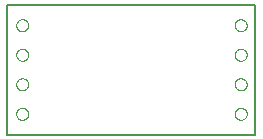
<source format=gko>
G75*
%MOIN*%
%OFA0B0*%
%FSLAX25Y25*%
%IPPOS*%
%LPD*%
%AMOC8*
5,1,8,0,0,1.08239X$1,22.5*
%
%ADD10C,0.00787*%
%ADD11C,0.00000*%
D10*
X0005000Y0005000D02*
X0087677Y0005000D01*
X0087677Y0048307D01*
X0005000Y0048307D01*
X0005000Y0005000D01*
D11*
X0007921Y0011890D02*
X0007923Y0011979D01*
X0007929Y0012068D01*
X0007939Y0012157D01*
X0007953Y0012245D01*
X0007970Y0012332D01*
X0007992Y0012418D01*
X0008018Y0012504D01*
X0008047Y0012588D01*
X0008080Y0012671D01*
X0008116Y0012752D01*
X0008157Y0012832D01*
X0008200Y0012909D01*
X0008247Y0012985D01*
X0008298Y0013058D01*
X0008351Y0013129D01*
X0008408Y0013198D01*
X0008468Y0013264D01*
X0008531Y0013328D01*
X0008596Y0013388D01*
X0008664Y0013446D01*
X0008735Y0013500D01*
X0008808Y0013551D01*
X0008883Y0013599D01*
X0008960Y0013644D01*
X0009039Y0013685D01*
X0009120Y0013722D01*
X0009202Y0013756D01*
X0009286Y0013787D01*
X0009371Y0013813D01*
X0009457Y0013836D01*
X0009544Y0013854D01*
X0009632Y0013869D01*
X0009721Y0013880D01*
X0009810Y0013887D01*
X0009899Y0013890D01*
X0009988Y0013889D01*
X0010077Y0013884D01*
X0010165Y0013875D01*
X0010254Y0013862D01*
X0010341Y0013845D01*
X0010428Y0013825D01*
X0010514Y0013800D01*
X0010598Y0013772D01*
X0010681Y0013740D01*
X0010763Y0013704D01*
X0010843Y0013665D01*
X0010921Y0013622D01*
X0010997Y0013576D01*
X0011071Y0013526D01*
X0011143Y0013473D01*
X0011212Y0013417D01*
X0011279Y0013358D01*
X0011343Y0013296D01*
X0011404Y0013232D01*
X0011463Y0013164D01*
X0011518Y0013094D01*
X0011570Y0013022D01*
X0011619Y0012947D01*
X0011664Y0012871D01*
X0011706Y0012792D01*
X0011744Y0012712D01*
X0011779Y0012630D01*
X0011810Y0012546D01*
X0011838Y0012461D01*
X0011861Y0012375D01*
X0011881Y0012288D01*
X0011897Y0012201D01*
X0011909Y0012112D01*
X0011917Y0012024D01*
X0011921Y0011935D01*
X0011921Y0011845D01*
X0011917Y0011756D01*
X0011909Y0011668D01*
X0011897Y0011579D01*
X0011881Y0011492D01*
X0011861Y0011405D01*
X0011838Y0011319D01*
X0011810Y0011234D01*
X0011779Y0011150D01*
X0011744Y0011068D01*
X0011706Y0010988D01*
X0011664Y0010909D01*
X0011619Y0010833D01*
X0011570Y0010758D01*
X0011518Y0010686D01*
X0011463Y0010616D01*
X0011404Y0010548D01*
X0011343Y0010484D01*
X0011279Y0010422D01*
X0011212Y0010363D01*
X0011143Y0010307D01*
X0011071Y0010254D01*
X0010997Y0010204D01*
X0010921Y0010158D01*
X0010843Y0010115D01*
X0010763Y0010076D01*
X0010681Y0010040D01*
X0010598Y0010008D01*
X0010514Y0009980D01*
X0010428Y0009955D01*
X0010341Y0009935D01*
X0010254Y0009918D01*
X0010165Y0009905D01*
X0010077Y0009896D01*
X0009988Y0009891D01*
X0009899Y0009890D01*
X0009810Y0009893D01*
X0009721Y0009900D01*
X0009632Y0009911D01*
X0009544Y0009926D01*
X0009457Y0009944D01*
X0009371Y0009967D01*
X0009286Y0009993D01*
X0009202Y0010024D01*
X0009120Y0010058D01*
X0009039Y0010095D01*
X0008960Y0010136D01*
X0008883Y0010181D01*
X0008808Y0010229D01*
X0008735Y0010280D01*
X0008664Y0010334D01*
X0008596Y0010392D01*
X0008531Y0010452D01*
X0008468Y0010516D01*
X0008408Y0010582D01*
X0008351Y0010651D01*
X0008298Y0010722D01*
X0008247Y0010795D01*
X0008200Y0010871D01*
X0008157Y0010948D01*
X0008116Y0011028D01*
X0008080Y0011109D01*
X0008047Y0011192D01*
X0008018Y0011276D01*
X0007992Y0011362D01*
X0007970Y0011448D01*
X0007953Y0011535D01*
X0007939Y0011623D01*
X0007929Y0011712D01*
X0007923Y0011801D01*
X0007921Y0011890D01*
X0007921Y0021732D02*
X0007923Y0021821D01*
X0007929Y0021910D01*
X0007939Y0021999D01*
X0007953Y0022087D01*
X0007970Y0022174D01*
X0007992Y0022260D01*
X0008018Y0022346D01*
X0008047Y0022430D01*
X0008080Y0022513D01*
X0008116Y0022594D01*
X0008157Y0022674D01*
X0008200Y0022751D01*
X0008247Y0022827D01*
X0008298Y0022900D01*
X0008351Y0022971D01*
X0008408Y0023040D01*
X0008468Y0023106D01*
X0008531Y0023170D01*
X0008596Y0023230D01*
X0008664Y0023288D01*
X0008735Y0023342D01*
X0008808Y0023393D01*
X0008883Y0023441D01*
X0008960Y0023486D01*
X0009039Y0023527D01*
X0009120Y0023564D01*
X0009202Y0023598D01*
X0009286Y0023629D01*
X0009371Y0023655D01*
X0009457Y0023678D01*
X0009544Y0023696D01*
X0009632Y0023711D01*
X0009721Y0023722D01*
X0009810Y0023729D01*
X0009899Y0023732D01*
X0009988Y0023731D01*
X0010077Y0023726D01*
X0010165Y0023717D01*
X0010254Y0023704D01*
X0010341Y0023687D01*
X0010428Y0023667D01*
X0010514Y0023642D01*
X0010598Y0023614D01*
X0010681Y0023582D01*
X0010763Y0023546D01*
X0010843Y0023507D01*
X0010921Y0023464D01*
X0010997Y0023418D01*
X0011071Y0023368D01*
X0011143Y0023315D01*
X0011212Y0023259D01*
X0011279Y0023200D01*
X0011343Y0023138D01*
X0011404Y0023074D01*
X0011463Y0023006D01*
X0011518Y0022936D01*
X0011570Y0022864D01*
X0011619Y0022789D01*
X0011664Y0022713D01*
X0011706Y0022634D01*
X0011744Y0022554D01*
X0011779Y0022472D01*
X0011810Y0022388D01*
X0011838Y0022303D01*
X0011861Y0022217D01*
X0011881Y0022130D01*
X0011897Y0022043D01*
X0011909Y0021954D01*
X0011917Y0021866D01*
X0011921Y0021777D01*
X0011921Y0021687D01*
X0011917Y0021598D01*
X0011909Y0021510D01*
X0011897Y0021421D01*
X0011881Y0021334D01*
X0011861Y0021247D01*
X0011838Y0021161D01*
X0011810Y0021076D01*
X0011779Y0020992D01*
X0011744Y0020910D01*
X0011706Y0020830D01*
X0011664Y0020751D01*
X0011619Y0020675D01*
X0011570Y0020600D01*
X0011518Y0020528D01*
X0011463Y0020458D01*
X0011404Y0020390D01*
X0011343Y0020326D01*
X0011279Y0020264D01*
X0011212Y0020205D01*
X0011143Y0020149D01*
X0011071Y0020096D01*
X0010997Y0020046D01*
X0010921Y0020000D01*
X0010843Y0019957D01*
X0010763Y0019918D01*
X0010681Y0019882D01*
X0010598Y0019850D01*
X0010514Y0019822D01*
X0010428Y0019797D01*
X0010341Y0019777D01*
X0010254Y0019760D01*
X0010165Y0019747D01*
X0010077Y0019738D01*
X0009988Y0019733D01*
X0009899Y0019732D01*
X0009810Y0019735D01*
X0009721Y0019742D01*
X0009632Y0019753D01*
X0009544Y0019768D01*
X0009457Y0019786D01*
X0009371Y0019809D01*
X0009286Y0019835D01*
X0009202Y0019866D01*
X0009120Y0019900D01*
X0009039Y0019937D01*
X0008960Y0019978D01*
X0008883Y0020023D01*
X0008808Y0020071D01*
X0008735Y0020122D01*
X0008664Y0020176D01*
X0008596Y0020234D01*
X0008531Y0020294D01*
X0008468Y0020358D01*
X0008408Y0020424D01*
X0008351Y0020493D01*
X0008298Y0020564D01*
X0008247Y0020637D01*
X0008200Y0020713D01*
X0008157Y0020790D01*
X0008116Y0020870D01*
X0008080Y0020951D01*
X0008047Y0021034D01*
X0008018Y0021118D01*
X0007992Y0021204D01*
X0007970Y0021290D01*
X0007953Y0021377D01*
X0007939Y0021465D01*
X0007929Y0021554D01*
X0007923Y0021643D01*
X0007921Y0021732D01*
X0007921Y0031575D02*
X0007923Y0031664D01*
X0007929Y0031753D01*
X0007939Y0031842D01*
X0007953Y0031930D01*
X0007970Y0032017D01*
X0007992Y0032103D01*
X0008018Y0032189D01*
X0008047Y0032273D01*
X0008080Y0032356D01*
X0008116Y0032437D01*
X0008157Y0032517D01*
X0008200Y0032594D01*
X0008247Y0032670D01*
X0008298Y0032743D01*
X0008351Y0032814D01*
X0008408Y0032883D01*
X0008468Y0032949D01*
X0008531Y0033013D01*
X0008596Y0033073D01*
X0008664Y0033131D01*
X0008735Y0033185D01*
X0008808Y0033236D01*
X0008883Y0033284D01*
X0008960Y0033329D01*
X0009039Y0033370D01*
X0009120Y0033407D01*
X0009202Y0033441D01*
X0009286Y0033472D01*
X0009371Y0033498D01*
X0009457Y0033521D01*
X0009544Y0033539D01*
X0009632Y0033554D01*
X0009721Y0033565D01*
X0009810Y0033572D01*
X0009899Y0033575D01*
X0009988Y0033574D01*
X0010077Y0033569D01*
X0010165Y0033560D01*
X0010254Y0033547D01*
X0010341Y0033530D01*
X0010428Y0033510D01*
X0010514Y0033485D01*
X0010598Y0033457D01*
X0010681Y0033425D01*
X0010763Y0033389D01*
X0010843Y0033350D01*
X0010921Y0033307D01*
X0010997Y0033261D01*
X0011071Y0033211D01*
X0011143Y0033158D01*
X0011212Y0033102D01*
X0011279Y0033043D01*
X0011343Y0032981D01*
X0011404Y0032917D01*
X0011463Y0032849D01*
X0011518Y0032779D01*
X0011570Y0032707D01*
X0011619Y0032632D01*
X0011664Y0032556D01*
X0011706Y0032477D01*
X0011744Y0032397D01*
X0011779Y0032315D01*
X0011810Y0032231D01*
X0011838Y0032146D01*
X0011861Y0032060D01*
X0011881Y0031973D01*
X0011897Y0031886D01*
X0011909Y0031797D01*
X0011917Y0031709D01*
X0011921Y0031620D01*
X0011921Y0031530D01*
X0011917Y0031441D01*
X0011909Y0031353D01*
X0011897Y0031264D01*
X0011881Y0031177D01*
X0011861Y0031090D01*
X0011838Y0031004D01*
X0011810Y0030919D01*
X0011779Y0030835D01*
X0011744Y0030753D01*
X0011706Y0030673D01*
X0011664Y0030594D01*
X0011619Y0030518D01*
X0011570Y0030443D01*
X0011518Y0030371D01*
X0011463Y0030301D01*
X0011404Y0030233D01*
X0011343Y0030169D01*
X0011279Y0030107D01*
X0011212Y0030048D01*
X0011143Y0029992D01*
X0011071Y0029939D01*
X0010997Y0029889D01*
X0010921Y0029843D01*
X0010843Y0029800D01*
X0010763Y0029761D01*
X0010681Y0029725D01*
X0010598Y0029693D01*
X0010514Y0029665D01*
X0010428Y0029640D01*
X0010341Y0029620D01*
X0010254Y0029603D01*
X0010165Y0029590D01*
X0010077Y0029581D01*
X0009988Y0029576D01*
X0009899Y0029575D01*
X0009810Y0029578D01*
X0009721Y0029585D01*
X0009632Y0029596D01*
X0009544Y0029611D01*
X0009457Y0029629D01*
X0009371Y0029652D01*
X0009286Y0029678D01*
X0009202Y0029709D01*
X0009120Y0029743D01*
X0009039Y0029780D01*
X0008960Y0029821D01*
X0008883Y0029866D01*
X0008808Y0029914D01*
X0008735Y0029965D01*
X0008664Y0030019D01*
X0008596Y0030077D01*
X0008531Y0030137D01*
X0008468Y0030201D01*
X0008408Y0030267D01*
X0008351Y0030336D01*
X0008298Y0030407D01*
X0008247Y0030480D01*
X0008200Y0030556D01*
X0008157Y0030633D01*
X0008116Y0030713D01*
X0008080Y0030794D01*
X0008047Y0030877D01*
X0008018Y0030961D01*
X0007992Y0031047D01*
X0007970Y0031133D01*
X0007953Y0031220D01*
X0007939Y0031308D01*
X0007929Y0031397D01*
X0007923Y0031486D01*
X0007921Y0031575D01*
X0007921Y0041417D02*
X0007923Y0041506D01*
X0007929Y0041595D01*
X0007939Y0041684D01*
X0007953Y0041772D01*
X0007970Y0041859D01*
X0007992Y0041945D01*
X0008018Y0042031D01*
X0008047Y0042115D01*
X0008080Y0042198D01*
X0008116Y0042279D01*
X0008157Y0042359D01*
X0008200Y0042436D01*
X0008247Y0042512D01*
X0008298Y0042585D01*
X0008351Y0042656D01*
X0008408Y0042725D01*
X0008468Y0042791D01*
X0008531Y0042855D01*
X0008596Y0042915D01*
X0008664Y0042973D01*
X0008735Y0043027D01*
X0008808Y0043078D01*
X0008883Y0043126D01*
X0008960Y0043171D01*
X0009039Y0043212D01*
X0009120Y0043249D01*
X0009202Y0043283D01*
X0009286Y0043314D01*
X0009371Y0043340D01*
X0009457Y0043363D01*
X0009544Y0043381D01*
X0009632Y0043396D01*
X0009721Y0043407D01*
X0009810Y0043414D01*
X0009899Y0043417D01*
X0009988Y0043416D01*
X0010077Y0043411D01*
X0010165Y0043402D01*
X0010254Y0043389D01*
X0010341Y0043372D01*
X0010428Y0043352D01*
X0010514Y0043327D01*
X0010598Y0043299D01*
X0010681Y0043267D01*
X0010763Y0043231D01*
X0010843Y0043192D01*
X0010921Y0043149D01*
X0010997Y0043103D01*
X0011071Y0043053D01*
X0011143Y0043000D01*
X0011212Y0042944D01*
X0011279Y0042885D01*
X0011343Y0042823D01*
X0011404Y0042759D01*
X0011463Y0042691D01*
X0011518Y0042621D01*
X0011570Y0042549D01*
X0011619Y0042474D01*
X0011664Y0042398D01*
X0011706Y0042319D01*
X0011744Y0042239D01*
X0011779Y0042157D01*
X0011810Y0042073D01*
X0011838Y0041988D01*
X0011861Y0041902D01*
X0011881Y0041815D01*
X0011897Y0041728D01*
X0011909Y0041639D01*
X0011917Y0041551D01*
X0011921Y0041462D01*
X0011921Y0041372D01*
X0011917Y0041283D01*
X0011909Y0041195D01*
X0011897Y0041106D01*
X0011881Y0041019D01*
X0011861Y0040932D01*
X0011838Y0040846D01*
X0011810Y0040761D01*
X0011779Y0040677D01*
X0011744Y0040595D01*
X0011706Y0040515D01*
X0011664Y0040436D01*
X0011619Y0040360D01*
X0011570Y0040285D01*
X0011518Y0040213D01*
X0011463Y0040143D01*
X0011404Y0040075D01*
X0011343Y0040011D01*
X0011279Y0039949D01*
X0011212Y0039890D01*
X0011143Y0039834D01*
X0011071Y0039781D01*
X0010997Y0039731D01*
X0010921Y0039685D01*
X0010843Y0039642D01*
X0010763Y0039603D01*
X0010681Y0039567D01*
X0010598Y0039535D01*
X0010514Y0039507D01*
X0010428Y0039482D01*
X0010341Y0039462D01*
X0010254Y0039445D01*
X0010165Y0039432D01*
X0010077Y0039423D01*
X0009988Y0039418D01*
X0009899Y0039417D01*
X0009810Y0039420D01*
X0009721Y0039427D01*
X0009632Y0039438D01*
X0009544Y0039453D01*
X0009457Y0039471D01*
X0009371Y0039494D01*
X0009286Y0039520D01*
X0009202Y0039551D01*
X0009120Y0039585D01*
X0009039Y0039622D01*
X0008960Y0039663D01*
X0008883Y0039708D01*
X0008808Y0039756D01*
X0008735Y0039807D01*
X0008664Y0039861D01*
X0008596Y0039919D01*
X0008531Y0039979D01*
X0008468Y0040043D01*
X0008408Y0040109D01*
X0008351Y0040178D01*
X0008298Y0040249D01*
X0008247Y0040322D01*
X0008200Y0040398D01*
X0008157Y0040475D01*
X0008116Y0040555D01*
X0008080Y0040636D01*
X0008047Y0040719D01*
X0008018Y0040803D01*
X0007992Y0040889D01*
X0007970Y0040975D01*
X0007953Y0041062D01*
X0007939Y0041150D01*
X0007929Y0041239D01*
X0007923Y0041328D01*
X0007921Y0041417D01*
X0080756Y0041417D02*
X0080758Y0041506D01*
X0080764Y0041595D01*
X0080774Y0041684D01*
X0080788Y0041772D01*
X0080805Y0041859D01*
X0080827Y0041945D01*
X0080853Y0042031D01*
X0080882Y0042115D01*
X0080915Y0042198D01*
X0080951Y0042279D01*
X0080992Y0042359D01*
X0081035Y0042436D01*
X0081082Y0042512D01*
X0081133Y0042585D01*
X0081186Y0042656D01*
X0081243Y0042725D01*
X0081303Y0042791D01*
X0081366Y0042855D01*
X0081431Y0042915D01*
X0081499Y0042973D01*
X0081570Y0043027D01*
X0081643Y0043078D01*
X0081718Y0043126D01*
X0081795Y0043171D01*
X0081874Y0043212D01*
X0081955Y0043249D01*
X0082037Y0043283D01*
X0082121Y0043314D01*
X0082206Y0043340D01*
X0082292Y0043363D01*
X0082379Y0043381D01*
X0082467Y0043396D01*
X0082556Y0043407D01*
X0082645Y0043414D01*
X0082734Y0043417D01*
X0082823Y0043416D01*
X0082912Y0043411D01*
X0083000Y0043402D01*
X0083089Y0043389D01*
X0083176Y0043372D01*
X0083263Y0043352D01*
X0083349Y0043327D01*
X0083433Y0043299D01*
X0083516Y0043267D01*
X0083598Y0043231D01*
X0083678Y0043192D01*
X0083756Y0043149D01*
X0083832Y0043103D01*
X0083906Y0043053D01*
X0083978Y0043000D01*
X0084047Y0042944D01*
X0084114Y0042885D01*
X0084178Y0042823D01*
X0084239Y0042759D01*
X0084298Y0042691D01*
X0084353Y0042621D01*
X0084405Y0042549D01*
X0084454Y0042474D01*
X0084499Y0042398D01*
X0084541Y0042319D01*
X0084579Y0042239D01*
X0084614Y0042157D01*
X0084645Y0042073D01*
X0084673Y0041988D01*
X0084696Y0041902D01*
X0084716Y0041815D01*
X0084732Y0041728D01*
X0084744Y0041639D01*
X0084752Y0041551D01*
X0084756Y0041462D01*
X0084756Y0041372D01*
X0084752Y0041283D01*
X0084744Y0041195D01*
X0084732Y0041106D01*
X0084716Y0041019D01*
X0084696Y0040932D01*
X0084673Y0040846D01*
X0084645Y0040761D01*
X0084614Y0040677D01*
X0084579Y0040595D01*
X0084541Y0040515D01*
X0084499Y0040436D01*
X0084454Y0040360D01*
X0084405Y0040285D01*
X0084353Y0040213D01*
X0084298Y0040143D01*
X0084239Y0040075D01*
X0084178Y0040011D01*
X0084114Y0039949D01*
X0084047Y0039890D01*
X0083978Y0039834D01*
X0083906Y0039781D01*
X0083832Y0039731D01*
X0083756Y0039685D01*
X0083678Y0039642D01*
X0083598Y0039603D01*
X0083516Y0039567D01*
X0083433Y0039535D01*
X0083349Y0039507D01*
X0083263Y0039482D01*
X0083176Y0039462D01*
X0083089Y0039445D01*
X0083000Y0039432D01*
X0082912Y0039423D01*
X0082823Y0039418D01*
X0082734Y0039417D01*
X0082645Y0039420D01*
X0082556Y0039427D01*
X0082467Y0039438D01*
X0082379Y0039453D01*
X0082292Y0039471D01*
X0082206Y0039494D01*
X0082121Y0039520D01*
X0082037Y0039551D01*
X0081955Y0039585D01*
X0081874Y0039622D01*
X0081795Y0039663D01*
X0081718Y0039708D01*
X0081643Y0039756D01*
X0081570Y0039807D01*
X0081499Y0039861D01*
X0081431Y0039919D01*
X0081366Y0039979D01*
X0081303Y0040043D01*
X0081243Y0040109D01*
X0081186Y0040178D01*
X0081133Y0040249D01*
X0081082Y0040322D01*
X0081035Y0040398D01*
X0080992Y0040475D01*
X0080951Y0040555D01*
X0080915Y0040636D01*
X0080882Y0040719D01*
X0080853Y0040803D01*
X0080827Y0040889D01*
X0080805Y0040975D01*
X0080788Y0041062D01*
X0080774Y0041150D01*
X0080764Y0041239D01*
X0080758Y0041328D01*
X0080756Y0041417D01*
X0080756Y0031575D02*
X0080758Y0031664D01*
X0080764Y0031753D01*
X0080774Y0031842D01*
X0080788Y0031930D01*
X0080805Y0032017D01*
X0080827Y0032103D01*
X0080853Y0032189D01*
X0080882Y0032273D01*
X0080915Y0032356D01*
X0080951Y0032437D01*
X0080992Y0032517D01*
X0081035Y0032594D01*
X0081082Y0032670D01*
X0081133Y0032743D01*
X0081186Y0032814D01*
X0081243Y0032883D01*
X0081303Y0032949D01*
X0081366Y0033013D01*
X0081431Y0033073D01*
X0081499Y0033131D01*
X0081570Y0033185D01*
X0081643Y0033236D01*
X0081718Y0033284D01*
X0081795Y0033329D01*
X0081874Y0033370D01*
X0081955Y0033407D01*
X0082037Y0033441D01*
X0082121Y0033472D01*
X0082206Y0033498D01*
X0082292Y0033521D01*
X0082379Y0033539D01*
X0082467Y0033554D01*
X0082556Y0033565D01*
X0082645Y0033572D01*
X0082734Y0033575D01*
X0082823Y0033574D01*
X0082912Y0033569D01*
X0083000Y0033560D01*
X0083089Y0033547D01*
X0083176Y0033530D01*
X0083263Y0033510D01*
X0083349Y0033485D01*
X0083433Y0033457D01*
X0083516Y0033425D01*
X0083598Y0033389D01*
X0083678Y0033350D01*
X0083756Y0033307D01*
X0083832Y0033261D01*
X0083906Y0033211D01*
X0083978Y0033158D01*
X0084047Y0033102D01*
X0084114Y0033043D01*
X0084178Y0032981D01*
X0084239Y0032917D01*
X0084298Y0032849D01*
X0084353Y0032779D01*
X0084405Y0032707D01*
X0084454Y0032632D01*
X0084499Y0032556D01*
X0084541Y0032477D01*
X0084579Y0032397D01*
X0084614Y0032315D01*
X0084645Y0032231D01*
X0084673Y0032146D01*
X0084696Y0032060D01*
X0084716Y0031973D01*
X0084732Y0031886D01*
X0084744Y0031797D01*
X0084752Y0031709D01*
X0084756Y0031620D01*
X0084756Y0031530D01*
X0084752Y0031441D01*
X0084744Y0031353D01*
X0084732Y0031264D01*
X0084716Y0031177D01*
X0084696Y0031090D01*
X0084673Y0031004D01*
X0084645Y0030919D01*
X0084614Y0030835D01*
X0084579Y0030753D01*
X0084541Y0030673D01*
X0084499Y0030594D01*
X0084454Y0030518D01*
X0084405Y0030443D01*
X0084353Y0030371D01*
X0084298Y0030301D01*
X0084239Y0030233D01*
X0084178Y0030169D01*
X0084114Y0030107D01*
X0084047Y0030048D01*
X0083978Y0029992D01*
X0083906Y0029939D01*
X0083832Y0029889D01*
X0083756Y0029843D01*
X0083678Y0029800D01*
X0083598Y0029761D01*
X0083516Y0029725D01*
X0083433Y0029693D01*
X0083349Y0029665D01*
X0083263Y0029640D01*
X0083176Y0029620D01*
X0083089Y0029603D01*
X0083000Y0029590D01*
X0082912Y0029581D01*
X0082823Y0029576D01*
X0082734Y0029575D01*
X0082645Y0029578D01*
X0082556Y0029585D01*
X0082467Y0029596D01*
X0082379Y0029611D01*
X0082292Y0029629D01*
X0082206Y0029652D01*
X0082121Y0029678D01*
X0082037Y0029709D01*
X0081955Y0029743D01*
X0081874Y0029780D01*
X0081795Y0029821D01*
X0081718Y0029866D01*
X0081643Y0029914D01*
X0081570Y0029965D01*
X0081499Y0030019D01*
X0081431Y0030077D01*
X0081366Y0030137D01*
X0081303Y0030201D01*
X0081243Y0030267D01*
X0081186Y0030336D01*
X0081133Y0030407D01*
X0081082Y0030480D01*
X0081035Y0030556D01*
X0080992Y0030633D01*
X0080951Y0030713D01*
X0080915Y0030794D01*
X0080882Y0030877D01*
X0080853Y0030961D01*
X0080827Y0031047D01*
X0080805Y0031133D01*
X0080788Y0031220D01*
X0080774Y0031308D01*
X0080764Y0031397D01*
X0080758Y0031486D01*
X0080756Y0031575D01*
X0080756Y0021732D02*
X0080758Y0021821D01*
X0080764Y0021910D01*
X0080774Y0021999D01*
X0080788Y0022087D01*
X0080805Y0022174D01*
X0080827Y0022260D01*
X0080853Y0022346D01*
X0080882Y0022430D01*
X0080915Y0022513D01*
X0080951Y0022594D01*
X0080992Y0022674D01*
X0081035Y0022751D01*
X0081082Y0022827D01*
X0081133Y0022900D01*
X0081186Y0022971D01*
X0081243Y0023040D01*
X0081303Y0023106D01*
X0081366Y0023170D01*
X0081431Y0023230D01*
X0081499Y0023288D01*
X0081570Y0023342D01*
X0081643Y0023393D01*
X0081718Y0023441D01*
X0081795Y0023486D01*
X0081874Y0023527D01*
X0081955Y0023564D01*
X0082037Y0023598D01*
X0082121Y0023629D01*
X0082206Y0023655D01*
X0082292Y0023678D01*
X0082379Y0023696D01*
X0082467Y0023711D01*
X0082556Y0023722D01*
X0082645Y0023729D01*
X0082734Y0023732D01*
X0082823Y0023731D01*
X0082912Y0023726D01*
X0083000Y0023717D01*
X0083089Y0023704D01*
X0083176Y0023687D01*
X0083263Y0023667D01*
X0083349Y0023642D01*
X0083433Y0023614D01*
X0083516Y0023582D01*
X0083598Y0023546D01*
X0083678Y0023507D01*
X0083756Y0023464D01*
X0083832Y0023418D01*
X0083906Y0023368D01*
X0083978Y0023315D01*
X0084047Y0023259D01*
X0084114Y0023200D01*
X0084178Y0023138D01*
X0084239Y0023074D01*
X0084298Y0023006D01*
X0084353Y0022936D01*
X0084405Y0022864D01*
X0084454Y0022789D01*
X0084499Y0022713D01*
X0084541Y0022634D01*
X0084579Y0022554D01*
X0084614Y0022472D01*
X0084645Y0022388D01*
X0084673Y0022303D01*
X0084696Y0022217D01*
X0084716Y0022130D01*
X0084732Y0022043D01*
X0084744Y0021954D01*
X0084752Y0021866D01*
X0084756Y0021777D01*
X0084756Y0021687D01*
X0084752Y0021598D01*
X0084744Y0021510D01*
X0084732Y0021421D01*
X0084716Y0021334D01*
X0084696Y0021247D01*
X0084673Y0021161D01*
X0084645Y0021076D01*
X0084614Y0020992D01*
X0084579Y0020910D01*
X0084541Y0020830D01*
X0084499Y0020751D01*
X0084454Y0020675D01*
X0084405Y0020600D01*
X0084353Y0020528D01*
X0084298Y0020458D01*
X0084239Y0020390D01*
X0084178Y0020326D01*
X0084114Y0020264D01*
X0084047Y0020205D01*
X0083978Y0020149D01*
X0083906Y0020096D01*
X0083832Y0020046D01*
X0083756Y0020000D01*
X0083678Y0019957D01*
X0083598Y0019918D01*
X0083516Y0019882D01*
X0083433Y0019850D01*
X0083349Y0019822D01*
X0083263Y0019797D01*
X0083176Y0019777D01*
X0083089Y0019760D01*
X0083000Y0019747D01*
X0082912Y0019738D01*
X0082823Y0019733D01*
X0082734Y0019732D01*
X0082645Y0019735D01*
X0082556Y0019742D01*
X0082467Y0019753D01*
X0082379Y0019768D01*
X0082292Y0019786D01*
X0082206Y0019809D01*
X0082121Y0019835D01*
X0082037Y0019866D01*
X0081955Y0019900D01*
X0081874Y0019937D01*
X0081795Y0019978D01*
X0081718Y0020023D01*
X0081643Y0020071D01*
X0081570Y0020122D01*
X0081499Y0020176D01*
X0081431Y0020234D01*
X0081366Y0020294D01*
X0081303Y0020358D01*
X0081243Y0020424D01*
X0081186Y0020493D01*
X0081133Y0020564D01*
X0081082Y0020637D01*
X0081035Y0020713D01*
X0080992Y0020790D01*
X0080951Y0020870D01*
X0080915Y0020951D01*
X0080882Y0021034D01*
X0080853Y0021118D01*
X0080827Y0021204D01*
X0080805Y0021290D01*
X0080788Y0021377D01*
X0080774Y0021465D01*
X0080764Y0021554D01*
X0080758Y0021643D01*
X0080756Y0021732D01*
X0080756Y0011890D02*
X0080758Y0011979D01*
X0080764Y0012068D01*
X0080774Y0012157D01*
X0080788Y0012245D01*
X0080805Y0012332D01*
X0080827Y0012418D01*
X0080853Y0012504D01*
X0080882Y0012588D01*
X0080915Y0012671D01*
X0080951Y0012752D01*
X0080992Y0012832D01*
X0081035Y0012909D01*
X0081082Y0012985D01*
X0081133Y0013058D01*
X0081186Y0013129D01*
X0081243Y0013198D01*
X0081303Y0013264D01*
X0081366Y0013328D01*
X0081431Y0013388D01*
X0081499Y0013446D01*
X0081570Y0013500D01*
X0081643Y0013551D01*
X0081718Y0013599D01*
X0081795Y0013644D01*
X0081874Y0013685D01*
X0081955Y0013722D01*
X0082037Y0013756D01*
X0082121Y0013787D01*
X0082206Y0013813D01*
X0082292Y0013836D01*
X0082379Y0013854D01*
X0082467Y0013869D01*
X0082556Y0013880D01*
X0082645Y0013887D01*
X0082734Y0013890D01*
X0082823Y0013889D01*
X0082912Y0013884D01*
X0083000Y0013875D01*
X0083089Y0013862D01*
X0083176Y0013845D01*
X0083263Y0013825D01*
X0083349Y0013800D01*
X0083433Y0013772D01*
X0083516Y0013740D01*
X0083598Y0013704D01*
X0083678Y0013665D01*
X0083756Y0013622D01*
X0083832Y0013576D01*
X0083906Y0013526D01*
X0083978Y0013473D01*
X0084047Y0013417D01*
X0084114Y0013358D01*
X0084178Y0013296D01*
X0084239Y0013232D01*
X0084298Y0013164D01*
X0084353Y0013094D01*
X0084405Y0013022D01*
X0084454Y0012947D01*
X0084499Y0012871D01*
X0084541Y0012792D01*
X0084579Y0012712D01*
X0084614Y0012630D01*
X0084645Y0012546D01*
X0084673Y0012461D01*
X0084696Y0012375D01*
X0084716Y0012288D01*
X0084732Y0012201D01*
X0084744Y0012112D01*
X0084752Y0012024D01*
X0084756Y0011935D01*
X0084756Y0011845D01*
X0084752Y0011756D01*
X0084744Y0011668D01*
X0084732Y0011579D01*
X0084716Y0011492D01*
X0084696Y0011405D01*
X0084673Y0011319D01*
X0084645Y0011234D01*
X0084614Y0011150D01*
X0084579Y0011068D01*
X0084541Y0010988D01*
X0084499Y0010909D01*
X0084454Y0010833D01*
X0084405Y0010758D01*
X0084353Y0010686D01*
X0084298Y0010616D01*
X0084239Y0010548D01*
X0084178Y0010484D01*
X0084114Y0010422D01*
X0084047Y0010363D01*
X0083978Y0010307D01*
X0083906Y0010254D01*
X0083832Y0010204D01*
X0083756Y0010158D01*
X0083678Y0010115D01*
X0083598Y0010076D01*
X0083516Y0010040D01*
X0083433Y0010008D01*
X0083349Y0009980D01*
X0083263Y0009955D01*
X0083176Y0009935D01*
X0083089Y0009918D01*
X0083000Y0009905D01*
X0082912Y0009896D01*
X0082823Y0009891D01*
X0082734Y0009890D01*
X0082645Y0009893D01*
X0082556Y0009900D01*
X0082467Y0009911D01*
X0082379Y0009926D01*
X0082292Y0009944D01*
X0082206Y0009967D01*
X0082121Y0009993D01*
X0082037Y0010024D01*
X0081955Y0010058D01*
X0081874Y0010095D01*
X0081795Y0010136D01*
X0081718Y0010181D01*
X0081643Y0010229D01*
X0081570Y0010280D01*
X0081499Y0010334D01*
X0081431Y0010392D01*
X0081366Y0010452D01*
X0081303Y0010516D01*
X0081243Y0010582D01*
X0081186Y0010651D01*
X0081133Y0010722D01*
X0081082Y0010795D01*
X0081035Y0010871D01*
X0080992Y0010948D01*
X0080951Y0011028D01*
X0080915Y0011109D01*
X0080882Y0011192D01*
X0080853Y0011276D01*
X0080827Y0011362D01*
X0080805Y0011448D01*
X0080788Y0011535D01*
X0080774Y0011623D01*
X0080764Y0011712D01*
X0080758Y0011801D01*
X0080756Y0011890D01*
M02*

</source>
